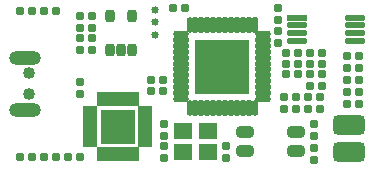
<source format=gts>
G04*
G04 #@! TF.GenerationSoftware,Altium Limited,Altium Designer,21.6.4 (81)*
G04*
G04 Layer_Color=8388736*
%FSLAX24Y24*%
%MOIN*%
G70*
G04*
G04 #@! TF.SameCoordinates,18F95803-63CF-49D0-9880-B3B199DA49BA*
G04*
G04*
G04 #@! TF.FilePolarity,Negative*
G04*
G01*
G75*
%ADD38O,0.0530X0.0220*%
%ADD39O,0.0560X0.0220*%
G04:AMPARAMS|DCode=40|XSize=22mil|YSize=53mil|CornerRadius=0mil|HoleSize=0mil|Usage=FLASHONLY|Rotation=180.000|XOffset=0mil|YOffset=0mil|HoleType=Round|Shape=Octagon|*
%AMOCTAGOND40*
4,1,8,0.0055,-0.0265,-0.0055,-0.0265,-0.0110,-0.0210,-0.0110,0.0210,-0.0055,0.0265,0.0055,0.0265,0.0110,0.0210,0.0110,-0.0210,0.0055,-0.0265,0.0*
%
%ADD40OCTAGOND40*%

%ADD41O,0.0220X0.0560*%
%ADD42O,0.0220X0.0530*%
%ADD43R,0.0434X0.0434*%
G04:AMPARAMS|DCode=44|XSize=40mil|YSize=40mil|CornerRadius=20mil|HoleSize=0mil|Usage=FLASHONLY|Rotation=60.000|XOffset=0mil|YOffset=0mil|HoleType=Round|Shape=RoundedRectangle|*
%AMROUNDEDRECTD44*
21,1,0.0400,0.0000,0,0,60.0*
21,1,0.0000,0.0400,0,0,60.0*
1,1,0.0400,0.0000,0.0000*
1,1,0.0400,0.0000,0.0000*
1,1,0.0400,0.0000,0.0000*
1,1,0.0400,0.0000,0.0000*
%
%ADD44ROUNDEDRECTD44*%
G04:AMPARAMS|DCode=45|XSize=24mil|YSize=24mil|CornerRadius=12mil|HoleSize=0mil|Usage=FLASHONLY|Rotation=180.000|XOffset=0mil|YOffset=0mil|HoleType=Round|Shape=RoundedRectangle|*
%AMROUNDEDRECTD45*
21,1,0.0240,0.0000,0,0,180.0*
21,1,0.0000,0.0240,0,0,180.0*
1,1,0.0240,0.0000,0.0000*
1,1,0.0240,0.0000,0.0000*
1,1,0.0240,0.0000,0.0000*
1,1,0.0240,0.0000,0.0000*
%
%ADD45ROUNDEDRECTD45*%
%ADD46R,0.0592X0.0552*%
G04:AMPARAMS|DCode=47|XSize=28mil|YSize=28mil|CornerRadius=9mil|HoleSize=0mil|Usage=FLASHONLY|Rotation=180.000|XOffset=0mil|YOffset=0mil|HoleType=Round|Shape=RoundedRectangle|*
%AMROUNDEDRECTD47*
21,1,0.0280,0.0100,0,0,180.0*
21,1,0.0100,0.0280,0,0,180.0*
1,1,0.0180,-0.0050,0.0050*
1,1,0.0180,0.0050,0.0050*
1,1,0.0180,0.0050,-0.0050*
1,1,0.0180,-0.0050,-0.0050*
%
%ADD47ROUNDEDRECTD47*%
G04:AMPARAMS|DCode=48|XSize=28mil|YSize=28mil|CornerRadius=9mil|HoleSize=0mil|Usage=FLASHONLY|Rotation=270.000|XOffset=0mil|YOffset=0mil|HoleType=Round|Shape=RoundedRectangle|*
%AMROUNDEDRECTD48*
21,1,0.0280,0.0100,0,0,270.0*
21,1,0.0100,0.0280,0,0,270.0*
1,1,0.0180,-0.0050,-0.0050*
1,1,0.0180,-0.0050,0.0050*
1,1,0.0180,0.0050,0.0050*
1,1,0.0180,0.0050,-0.0050*
%
%ADD48ROUNDEDRECTD48*%
G04:AMPARAMS|DCode=49|XSize=58mil|YSize=38mil|CornerRadius=11.5mil|HoleSize=0mil|Usage=FLASHONLY|Rotation=180.000|XOffset=0mil|YOffset=0mil|HoleType=Round|Shape=RoundedRectangle|*
%AMROUNDEDRECTD49*
21,1,0.0580,0.0150,0,0,180.0*
21,1,0.0350,0.0380,0,0,180.0*
1,1,0.0230,-0.0175,0.0075*
1,1,0.0230,0.0175,0.0075*
1,1,0.0230,0.0175,-0.0075*
1,1,0.0230,-0.0175,-0.0075*
%
%ADD49ROUNDEDRECTD49*%
%ADD50O,0.0671X0.0218*%
%ADD51R,0.0671X0.0218*%
%ADD52R,0.1143X0.1182*%
G04:AMPARAMS|DCode=53|XSize=22mil|YSize=48mil|CornerRadius=8mil|HoleSize=0mil|Usage=FLASHONLY|Rotation=180.000|XOffset=0mil|YOffset=0mil|HoleType=Round|Shape=RoundedRectangle|*
%AMROUNDEDRECTD53*
21,1,0.0220,0.0320,0,0,180.0*
21,1,0.0060,0.0480,0,0,180.0*
1,1,0.0160,-0.0030,0.0160*
1,1,0.0160,0.0030,0.0160*
1,1,0.0160,0.0030,-0.0160*
1,1,0.0160,-0.0030,-0.0160*
%
%ADD53ROUNDEDRECTD53*%
G04:AMPARAMS|DCode=54|XSize=22mil|YSize=48mil|CornerRadius=8mil|HoleSize=0mil|Usage=FLASHONLY|Rotation=270.000|XOffset=0mil|YOffset=0mil|HoleType=Round|Shape=RoundedRectangle|*
%AMROUNDEDRECTD54*
21,1,0.0220,0.0320,0,0,270.0*
21,1,0.0060,0.0480,0,0,270.0*
1,1,0.0160,-0.0160,-0.0030*
1,1,0.0160,-0.0160,0.0030*
1,1,0.0160,0.0160,0.0030*
1,1,0.0160,0.0160,-0.0030*
%
%ADD54ROUNDEDRECTD54*%
G04:AMPARAMS|DCode=55|XSize=68mil|YSize=108mil|CornerRadius=19mil|HoleSize=0mil|Usage=FLASHONLY|Rotation=90.000|XOffset=0mil|YOffset=0mil|HoleType=Round|Shape=RoundedRectangle|*
%AMROUNDEDRECTD55*
21,1,0.0680,0.0700,0,0,90.0*
21,1,0.0300,0.1080,0,0,90.0*
1,1,0.0380,0.0350,0.0150*
1,1,0.0380,0.0350,-0.0150*
1,1,0.0380,-0.0350,-0.0150*
1,1,0.0380,-0.0350,0.0150*
%
%ADD55ROUNDEDRECTD55*%
G04:AMPARAMS|DCode=56|XSize=31.6mil|YSize=43mil|CornerRadius=9.9mil|HoleSize=0mil|Usage=FLASHONLY|Rotation=180.000|XOffset=0mil|YOffset=0mil|HoleType=Round|Shape=RoundedRectangle|*
%AMROUNDEDRECTD56*
21,1,0.0316,0.0232,0,0,180.0*
21,1,0.0118,0.0430,0,0,180.0*
1,1,0.0198,-0.0059,0.0116*
1,1,0.0198,0.0059,0.0116*
1,1,0.0198,0.0059,-0.0116*
1,1,0.0198,-0.0059,-0.0116*
%
%ADD56ROUNDEDRECTD56*%
%ADD57O,0.1064X0.0474*%
G36*
X18372Y12400D02*
X16572D01*
Y14200D01*
X18372D01*
Y12400D01*
D02*
G37*
D38*
X16094Y14383D02*
D03*
Y12217D02*
D03*
X18850D02*
D03*
Y14383D02*
D03*
D39*
X16094Y14186D02*
D03*
Y13989D02*
D03*
Y13792D02*
D03*
Y13595D02*
D03*
Y13398D02*
D03*
Y13202D02*
D03*
Y13005D02*
D03*
Y12808D02*
D03*
Y12611D02*
D03*
Y12414D02*
D03*
X18850D02*
D03*
Y12611D02*
D03*
Y12808D02*
D03*
Y13005D02*
D03*
Y13202D02*
D03*
Y13398D02*
D03*
Y13595D02*
D03*
Y13792D02*
D03*
Y13989D02*
D03*
Y14186D02*
D03*
D40*
X18555Y14678D02*
D03*
D41*
X18358D02*
D03*
X18161D02*
D03*
X17964D02*
D03*
X17767D02*
D03*
X17570D02*
D03*
X17374D02*
D03*
X17177D02*
D03*
X16980D02*
D03*
X16783D02*
D03*
X16586D02*
D03*
X18358Y11922D02*
D03*
X18161D02*
D03*
X17964D02*
D03*
X17767D02*
D03*
X17570D02*
D03*
X17374D02*
D03*
X17177D02*
D03*
X16980D02*
D03*
X16783D02*
D03*
X16586D02*
D03*
D42*
X16389Y14678D02*
D03*
X18555Y11922D02*
D03*
X16389D02*
D03*
D43*
X17472Y13300D02*
D03*
D44*
X11050Y12400D02*
D03*
Y13100D02*
D03*
D45*
X15250Y15200D02*
D03*
Y14800D02*
D03*
Y14350D02*
D03*
D46*
X16187Y11135D02*
D03*
X17013D02*
D03*
Y10465D02*
D03*
X16187D02*
D03*
D47*
X17600Y10650D02*
D03*
Y10250D02*
D03*
X15550D02*
D03*
Y10650D02*
D03*
X19950Y11900D02*
D03*
Y12300D02*
D03*
X19550Y11900D02*
D03*
Y12300D02*
D03*
X20550Y11000D02*
D03*
Y11400D02*
D03*
Y10200D02*
D03*
Y10600D02*
D03*
X20750Y12300D02*
D03*
Y11900D02*
D03*
X20350Y12300D02*
D03*
Y11900D02*
D03*
X15550Y11400D02*
D03*
Y11000D02*
D03*
X19350Y14850D02*
D03*
Y15250D02*
D03*
X21650Y13650D02*
D03*
Y13250D02*
D03*
X22050Y13650D02*
D03*
Y13250D02*
D03*
X19350Y14100D02*
D03*
Y14500D02*
D03*
X12750Y14600D02*
D03*
Y15000D02*
D03*
X13150Y14600D02*
D03*
Y15000D02*
D03*
Y13850D02*
D03*
Y14250D02*
D03*
X12750Y12400D02*
D03*
Y12800D02*
D03*
Y14250D02*
D03*
Y13850D02*
D03*
D48*
X19600Y13750D02*
D03*
X20000D02*
D03*
X16250Y15250D02*
D03*
X15850D02*
D03*
X20000Y13050D02*
D03*
X19600D02*
D03*
X20400Y12650D02*
D03*
X20800D02*
D03*
X20000Y13400D02*
D03*
X19600D02*
D03*
X20400D02*
D03*
X20800D02*
D03*
X20400Y13050D02*
D03*
X20800D02*
D03*
X15100Y12850D02*
D03*
X15500D02*
D03*
X15100Y12500D02*
D03*
X15500D02*
D03*
X20400Y13750D02*
D03*
X20800D02*
D03*
X21650Y12850D02*
D03*
X22050D02*
D03*
X21650Y12450D02*
D03*
X22050D02*
D03*
X12750Y10300D02*
D03*
X12350D02*
D03*
X22050Y12050D02*
D03*
X21650D02*
D03*
X10750Y10300D02*
D03*
X11150D02*
D03*
X11550D02*
D03*
X11950D02*
D03*
X10750Y15150D02*
D03*
X11150D02*
D03*
X11550D02*
D03*
X11950D02*
D03*
D49*
X18250Y10480D02*
D03*
X19950D02*
D03*
X18250Y11120D02*
D03*
X19950D02*
D03*
D50*
X19985Y14422D02*
D03*
X21915Y14934D02*
D03*
Y14678D02*
D03*
Y14422D02*
D03*
Y14166D02*
D03*
X19985D02*
D03*
Y14678D02*
D03*
D51*
Y14934D02*
D03*
D52*
X14000Y11300D02*
D03*
D53*
X13409Y12215D02*
D03*
X13606D02*
D03*
X13803D02*
D03*
X14000D02*
D03*
X14197D02*
D03*
X14394D02*
D03*
X14591D02*
D03*
Y10385D02*
D03*
X14394D02*
D03*
X14197D02*
D03*
X14000D02*
D03*
X13803D02*
D03*
X13606D02*
D03*
X13409D02*
D03*
D54*
X14915Y11891D02*
D03*
Y11694D02*
D03*
Y11497D02*
D03*
Y11300D02*
D03*
Y11103D02*
D03*
Y10906D02*
D03*
Y10709D02*
D03*
X13085D02*
D03*
Y10906D02*
D03*
Y11103D02*
D03*
Y11300D02*
D03*
Y11497D02*
D03*
Y11694D02*
D03*
Y11891D02*
D03*
D55*
X21700Y11350D02*
D03*
Y10450D02*
D03*
D56*
X14474Y14999D02*
D03*
X13726D02*
D03*
Y13859D02*
D03*
X14100D02*
D03*
X14474D02*
D03*
D57*
X10900Y13600D02*
D03*
Y11860D02*
D03*
M02*

</source>
